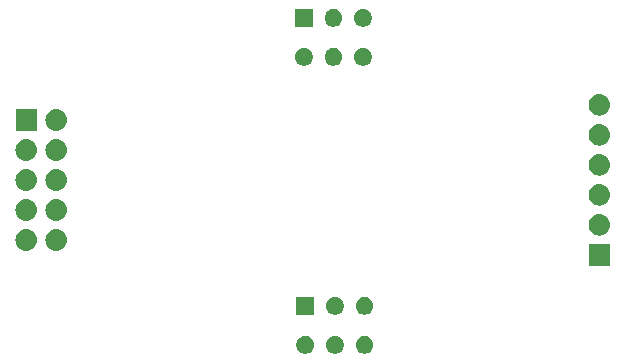
<source format=gbs>
G04 #@! TF.GenerationSoftware,KiCad,Pcbnew,(5.1.4)-1*
G04 #@! TF.CreationDate,2021-03-16T12:48:34+01:00*
G04 #@! TF.ProjectId,ISP_Adapter_V10,4953505f-4164-4617-9074-65725f563130,rev?*
G04 #@! TF.SameCoordinates,Original*
G04 #@! TF.FileFunction,Soldermask,Bot*
G04 #@! TF.FilePolarity,Negative*
%FSLAX46Y46*%
G04 Gerber Fmt 4.6, Leading zero omitted, Abs format (unit mm)*
G04 Created by KiCad (PCBNEW (5.1.4)-1) date 2021-03-16 12:48:34*
%MOMM*%
%LPD*%
G04 APERTURE LIST*
%ADD10C,0.100000*%
G04 APERTURE END LIST*
D10*
G36*
X161683059Y-71919860D02*
G01*
X161819732Y-71976472D01*
X161942735Y-72058660D01*
X162047340Y-72163265D01*
X162129528Y-72286268D01*
X162186140Y-72422941D01*
X162215000Y-72568033D01*
X162215000Y-72715967D01*
X162186140Y-72861059D01*
X162129528Y-72997732D01*
X162047340Y-73120735D01*
X161942735Y-73225340D01*
X161819732Y-73307528D01*
X161819731Y-73307529D01*
X161819730Y-73307529D01*
X161683059Y-73364140D01*
X161537968Y-73393000D01*
X161390032Y-73393000D01*
X161244941Y-73364140D01*
X161108270Y-73307529D01*
X161108269Y-73307529D01*
X161108268Y-73307528D01*
X160985265Y-73225340D01*
X160880660Y-73120735D01*
X160798472Y-72997732D01*
X160741860Y-72861059D01*
X160713000Y-72715967D01*
X160713000Y-72568033D01*
X160741860Y-72422941D01*
X160798472Y-72286268D01*
X160880660Y-72163265D01*
X160985265Y-72058660D01*
X161108268Y-71976472D01*
X161244941Y-71919860D01*
X161390032Y-71891000D01*
X161537968Y-71891000D01*
X161683059Y-71919860D01*
X161683059Y-71919860D01*
G37*
G36*
X156683059Y-71919860D02*
G01*
X156819732Y-71976472D01*
X156942735Y-72058660D01*
X157047340Y-72163265D01*
X157129528Y-72286268D01*
X157186140Y-72422941D01*
X157215000Y-72568033D01*
X157215000Y-72715967D01*
X157186140Y-72861059D01*
X157129528Y-72997732D01*
X157047340Y-73120735D01*
X156942735Y-73225340D01*
X156819732Y-73307528D01*
X156819731Y-73307529D01*
X156819730Y-73307529D01*
X156683059Y-73364140D01*
X156537968Y-73393000D01*
X156390032Y-73393000D01*
X156244941Y-73364140D01*
X156108270Y-73307529D01*
X156108269Y-73307529D01*
X156108268Y-73307528D01*
X155985265Y-73225340D01*
X155880660Y-73120735D01*
X155798472Y-72997732D01*
X155741860Y-72861059D01*
X155713000Y-72715967D01*
X155713000Y-72568033D01*
X155741860Y-72422941D01*
X155798472Y-72286268D01*
X155880660Y-72163265D01*
X155985265Y-72058660D01*
X156108268Y-71976472D01*
X156244941Y-71919860D01*
X156390032Y-71891000D01*
X156537968Y-71891000D01*
X156683059Y-71919860D01*
X156683059Y-71919860D01*
G37*
G36*
X159183059Y-71919860D02*
G01*
X159319732Y-71976472D01*
X159442735Y-72058660D01*
X159547340Y-72163265D01*
X159629528Y-72286268D01*
X159686140Y-72422941D01*
X159715000Y-72568033D01*
X159715000Y-72715967D01*
X159686140Y-72861059D01*
X159629528Y-72997732D01*
X159547340Y-73120735D01*
X159442735Y-73225340D01*
X159319732Y-73307528D01*
X159319731Y-73307529D01*
X159319730Y-73307529D01*
X159183059Y-73364140D01*
X159037968Y-73393000D01*
X158890032Y-73393000D01*
X158744941Y-73364140D01*
X158608270Y-73307529D01*
X158608269Y-73307529D01*
X158608268Y-73307528D01*
X158485265Y-73225340D01*
X158380660Y-73120735D01*
X158298472Y-72997732D01*
X158241860Y-72861059D01*
X158213000Y-72715967D01*
X158213000Y-72568033D01*
X158241860Y-72422941D01*
X158298472Y-72286268D01*
X158380660Y-72163265D01*
X158485265Y-72058660D01*
X158608268Y-71976472D01*
X158744941Y-71919860D01*
X158890032Y-71891000D01*
X159037968Y-71891000D01*
X159183059Y-71919860D01*
X159183059Y-71919860D01*
G37*
G36*
X157215000Y-70093000D02*
G01*
X155713000Y-70093000D01*
X155713000Y-68591000D01*
X157215000Y-68591000D01*
X157215000Y-70093000D01*
X157215000Y-70093000D01*
G37*
G36*
X161683059Y-68619860D02*
G01*
X161819732Y-68676472D01*
X161942735Y-68758660D01*
X162047340Y-68863265D01*
X162129528Y-68986268D01*
X162186140Y-69122941D01*
X162215000Y-69268033D01*
X162215000Y-69415967D01*
X162186140Y-69561059D01*
X162129528Y-69697732D01*
X162047340Y-69820735D01*
X161942735Y-69925340D01*
X161819732Y-70007528D01*
X161819731Y-70007529D01*
X161819730Y-70007529D01*
X161683059Y-70064140D01*
X161537968Y-70093000D01*
X161390032Y-70093000D01*
X161244941Y-70064140D01*
X161108270Y-70007529D01*
X161108269Y-70007529D01*
X161108268Y-70007528D01*
X160985265Y-69925340D01*
X160880660Y-69820735D01*
X160798472Y-69697732D01*
X160741860Y-69561059D01*
X160713000Y-69415967D01*
X160713000Y-69268033D01*
X160741860Y-69122941D01*
X160798472Y-68986268D01*
X160880660Y-68863265D01*
X160985265Y-68758660D01*
X161108268Y-68676472D01*
X161244941Y-68619860D01*
X161390032Y-68591000D01*
X161537968Y-68591000D01*
X161683059Y-68619860D01*
X161683059Y-68619860D01*
G37*
G36*
X159183059Y-68619860D02*
G01*
X159319732Y-68676472D01*
X159442735Y-68758660D01*
X159547340Y-68863265D01*
X159629528Y-68986268D01*
X159686140Y-69122941D01*
X159715000Y-69268033D01*
X159715000Y-69415967D01*
X159686140Y-69561059D01*
X159629528Y-69697732D01*
X159547340Y-69820735D01*
X159442735Y-69925340D01*
X159319732Y-70007528D01*
X159319731Y-70007529D01*
X159319730Y-70007529D01*
X159183059Y-70064140D01*
X159037968Y-70093000D01*
X158890032Y-70093000D01*
X158744941Y-70064140D01*
X158608270Y-70007529D01*
X158608269Y-70007529D01*
X158608268Y-70007528D01*
X158485265Y-69925340D01*
X158380660Y-69820735D01*
X158298472Y-69697732D01*
X158241860Y-69561059D01*
X158213000Y-69415967D01*
X158213000Y-69268033D01*
X158241860Y-69122941D01*
X158298472Y-68986268D01*
X158380660Y-68863265D01*
X158485265Y-68758660D01*
X158608268Y-68676472D01*
X158744941Y-68619860D01*
X158890032Y-68591000D01*
X159037968Y-68591000D01*
X159183059Y-68619860D01*
X159183059Y-68619860D01*
G37*
G36*
X182257000Y-65925000D02*
G01*
X180455000Y-65925000D01*
X180455000Y-64123000D01*
X182257000Y-64123000D01*
X182257000Y-65925000D01*
X182257000Y-65925000D01*
G37*
G36*
X135561294Y-62852633D02*
G01*
X135733695Y-62904931D01*
X135892583Y-62989858D01*
X136031849Y-63104151D01*
X136146142Y-63243417D01*
X136231069Y-63402305D01*
X136283367Y-63574706D01*
X136301025Y-63754000D01*
X136283367Y-63933294D01*
X136231069Y-64105695D01*
X136146142Y-64264583D01*
X136031849Y-64403849D01*
X135892583Y-64518142D01*
X135733695Y-64603069D01*
X135561294Y-64655367D01*
X135426931Y-64668600D01*
X135337069Y-64668600D01*
X135202706Y-64655367D01*
X135030305Y-64603069D01*
X134871417Y-64518142D01*
X134732151Y-64403849D01*
X134617858Y-64264583D01*
X134532931Y-64105695D01*
X134480633Y-63933294D01*
X134462975Y-63754000D01*
X134480633Y-63574706D01*
X134532931Y-63402305D01*
X134617858Y-63243417D01*
X134732151Y-63104151D01*
X134871417Y-62989858D01*
X135030305Y-62904931D01*
X135202706Y-62852633D01*
X135337069Y-62839400D01*
X135426931Y-62839400D01*
X135561294Y-62852633D01*
X135561294Y-62852633D01*
G37*
G36*
X133021294Y-62852633D02*
G01*
X133193695Y-62904931D01*
X133352583Y-62989858D01*
X133491849Y-63104151D01*
X133606142Y-63243417D01*
X133691069Y-63402305D01*
X133743367Y-63574706D01*
X133761025Y-63754000D01*
X133743367Y-63933294D01*
X133691069Y-64105695D01*
X133606142Y-64264583D01*
X133491849Y-64403849D01*
X133352583Y-64518142D01*
X133193695Y-64603069D01*
X133021294Y-64655367D01*
X132886931Y-64668600D01*
X132797069Y-64668600D01*
X132662706Y-64655367D01*
X132490305Y-64603069D01*
X132331417Y-64518142D01*
X132192151Y-64403849D01*
X132077858Y-64264583D01*
X131992931Y-64105695D01*
X131940633Y-63933294D01*
X131922975Y-63754000D01*
X131940633Y-63574706D01*
X131992931Y-63402305D01*
X132077858Y-63243417D01*
X132192151Y-63104151D01*
X132331417Y-62989858D01*
X132490305Y-62904931D01*
X132662706Y-62852633D01*
X132797069Y-62839400D01*
X132886931Y-62839400D01*
X133021294Y-62852633D01*
X133021294Y-62852633D01*
G37*
G36*
X181466442Y-61589518D02*
G01*
X181532627Y-61596037D01*
X181702466Y-61647557D01*
X181858991Y-61731222D01*
X181894729Y-61760552D01*
X181996186Y-61843814D01*
X182079448Y-61945271D01*
X182108778Y-61981009D01*
X182192443Y-62137534D01*
X182243963Y-62307373D01*
X182261359Y-62484000D01*
X182243963Y-62660627D01*
X182192443Y-62830466D01*
X182108778Y-62986991D01*
X182106425Y-62989858D01*
X181996186Y-63124186D01*
X181894729Y-63207448D01*
X181858991Y-63236778D01*
X181702466Y-63320443D01*
X181532627Y-63371963D01*
X181466442Y-63378482D01*
X181400260Y-63385000D01*
X181311740Y-63385000D01*
X181245558Y-63378482D01*
X181179373Y-63371963D01*
X181009534Y-63320443D01*
X180853009Y-63236778D01*
X180817271Y-63207448D01*
X180715814Y-63124186D01*
X180605575Y-62989858D01*
X180603222Y-62986991D01*
X180519557Y-62830466D01*
X180468037Y-62660627D01*
X180450641Y-62484000D01*
X180468037Y-62307373D01*
X180519557Y-62137534D01*
X180603222Y-61981009D01*
X180632552Y-61945271D01*
X180715814Y-61843814D01*
X180817271Y-61760552D01*
X180853009Y-61731222D01*
X181009534Y-61647557D01*
X181179373Y-61596037D01*
X181245558Y-61589518D01*
X181311740Y-61583000D01*
X181400260Y-61583000D01*
X181466442Y-61589518D01*
X181466442Y-61589518D01*
G37*
G36*
X133021294Y-60312633D02*
G01*
X133193695Y-60364931D01*
X133352583Y-60449858D01*
X133491849Y-60564151D01*
X133606142Y-60703417D01*
X133691069Y-60862305D01*
X133743367Y-61034706D01*
X133761025Y-61214000D01*
X133743367Y-61393294D01*
X133691069Y-61565695D01*
X133606142Y-61724583D01*
X133491849Y-61863849D01*
X133352583Y-61978142D01*
X133193695Y-62063069D01*
X133021294Y-62115367D01*
X132886931Y-62128600D01*
X132797069Y-62128600D01*
X132662706Y-62115367D01*
X132490305Y-62063069D01*
X132331417Y-61978142D01*
X132192151Y-61863849D01*
X132077858Y-61724583D01*
X131992931Y-61565695D01*
X131940633Y-61393294D01*
X131922975Y-61214000D01*
X131940633Y-61034706D01*
X131992931Y-60862305D01*
X132077858Y-60703417D01*
X132192151Y-60564151D01*
X132331417Y-60449858D01*
X132490305Y-60364931D01*
X132662706Y-60312633D01*
X132797069Y-60299400D01*
X132886931Y-60299400D01*
X133021294Y-60312633D01*
X133021294Y-60312633D01*
G37*
G36*
X135561294Y-60312633D02*
G01*
X135733695Y-60364931D01*
X135892583Y-60449858D01*
X136031849Y-60564151D01*
X136146142Y-60703417D01*
X136231069Y-60862305D01*
X136283367Y-61034706D01*
X136301025Y-61214000D01*
X136283367Y-61393294D01*
X136231069Y-61565695D01*
X136146142Y-61724583D01*
X136031849Y-61863849D01*
X135892583Y-61978142D01*
X135733695Y-62063069D01*
X135561294Y-62115367D01*
X135426931Y-62128600D01*
X135337069Y-62128600D01*
X135202706Y-62115367D01*
X135030305Y-62063069D01*
X134871417Y-61978142D01*
X134732151Y-61863849D01*
X134617858Y-61724583D01*
X134532931Y-61565695D01*
X134480633Y-61393294D01*
X134462975Y-61214000D01*
X134480633Y-61034706D01*
X134532931Y-60862305D01*
X134617858Y-60703417D01*
X134732151Y-60564151D01*
X134871417Y-60449858D01*
X135030305Y-60364931D01*
X135202706Y-60312633D01*
X135337069Y-60299400D01*
X135426931Y-60299400D01*
X135561294Y-60312633D01*
X135561294Y-60312633D01*
G37*
G36*
X181466443Y-59049519D02*
G01*
X181532627Y-59056037D01*
X181702466Y-59107557D01*
X181858991Y-59191222D01*
X181894729Y-59220552D01*
X181996186Y-59303814D01*
X182079448Y-59405271D01*
X182108778Y-59441009D01*
X182192443Y-59597534D01*
X182243963Y-59767373D01*
X182261359Y-59944000D01*
X182243963Y-60120627D01*
X182192443Y-60290466D01*
X182108778Y-60446991D01*
X182106425Y-60449858D01*
X181996186Y-60584186D01*
X181894729Y-60667448D01*
X181858991Y-60696778D01*
X181702466Y-60780443D01*
X181532627Y-60831963D01*
X181466443Y-60838481D01*
X181400260Y-60845000D01*
X181311740Y-60845000D01*
X181245557Y-60838481D01*
X181179373Y-60831963D01*
X181009534Y-60780443D01*
X180853009Y-60696778D01*
X180817271Y-60667448D01*
X180715814Y-60584186D01*
X180605575Y-60449858D01*
X180603222Y-60446991D01*
X180519557Y-60290466D01*
X180468037Y-60120627D01*
X180450641Y-59944000D01*
X180468037Y-59767373D01*
X180519557Y-59597534D01*
X180603222Y-59441009D01*
X180632552Y-59405271D01*
X180715814Y-59303814D01*
X180817271Y-59220552D01*
X180853009Y-59191222D01*
X181009534Y-59107557D01*
X181179373Y-59056037D01*
X181245557Y-59049519D01*
X181311740Y-59043000D01*
X181400260Y-59043000D01*
X181466443Y-59049519D01*
X181466443Y-59049519D01*
G37*
G36*
X133021294Y-57772633D02*
G01*
X133193695Y-57824931D01*
X133352583Y-57909858D01*
X133491849Y-58024151D01*
X133606142Y-58163417D01*
X133691069Y-58322305D01*
X133743367Y-58494706D01*
X133761025Y-58674000D01*
X133743367Y-58853294D01*
X133691069Y-59025695D01*
X133606142Y-59184583D01*
X133491849Y-59323849D01*
X133352583Y-59438142D01*
X133193695Y-59523069D01*
X133021294Y-59575367D01*
X132886931Y-59588600D01*
X132797069Y-59588600D01*
X132662706Y-59575367D01*
X132490305Y-59523069D01*
X132331417Y-59438142D01*
X132192151Y-59323849D01*
X132077858Y-59184583D01*
X131992931Y-59025695D01*
X131940633Y-58853294D01*
X131922975Y-58674000D01*
X131940633Y-58494706D01*
X131992931Y-58322305D01*
X132077858Y-58163417D01*
X132192151Y-58024151D01*
X132331417Y-57909858D01*
X132490305Y-57824931D01*
X132662706Y-57772633D01*
X132797069Y-57759400D01*
X132886931Y-57759400D01*
X133021294Y-57772633D01*
X133021294Y-57772633D01*
G37*
G36*
X135561294Y-57772633D02*
G01*
X135733695Y-57824931D01*
X135892583Y-57909858D01*
X136031849Y-58024151D01*
X136146142Y-58163417D01*
X136231069Y-58322305D01*
X136283367Y-58494706D01*
X136301025Y-58674000D01*
X136283367Y-58853294D01*
X136231069Y-59025695D01*
X136146142Y-59184583D01*
X136031849Y-59323849D01*
X135892583Y-59438142D01*
X135733695Y-59523069D01*
X135561294Y-59575367D01*
X135426931Y-59588600D01*
X135337069Y-59588600D01*
X135202706Y-59575367D01*
X135030305Y-59523069D01*
X134871417Y-59438142D01*
X134732151Y-59323849D01*
X134617858Y-59184583D01*
X134532931Y-59025695D01*
X134480633Y-58853294D01*
X134462975Y-58674000D01*
X134480633Y-58494706D01*
X134532931Y-58322305D01*
X134617858Y-58163417D01*
X134732151Y-58024151D01*
X134871417Y-57909858D01*
X135030305Y-57824931D01*
X135202706Y-57772633D01*
X135337069Y-57759400D01*
X135426931Y-57759400D01*
X135561294Y-57772633D01*
X135561294Y-57772633D01*
G37*
G36*
X181466442Y-56509518D02*
G01*
X181532627Y-56516037D01*
X181702466Y-56567557D01*
X181858991Y-56651222D01*
X181894729Y-56680552D01*
X181996186Y-56763814D01*
X182079448Y-56865271D01*
X182108778Y-56901009D01*
X182192443Y-57057534D01*
X182243963Y-57227373D01*
X182261359Y-57404000D01*
X182243963Y-57580627D01*
X182192443Y-57750466D01*
X182108778Y-57906991D01*
X182106425Y-57909858D01*
X181996186Y-58044186D01*
X181894729Y-58127448D01*
X181858991Y-58156778D01*
X181702466Y-58240443D01*
X181532627Y-58291963D01*
X181466443Y-58298481D01*
X181400260Y-58305000D01*
X181311740Y-58305000D01*
X181245557Y-58298481D01*
X181179373Y-58291963D01*
X181009534Y-58240443D01*
X180853009Y-58156778D01*
X180817271Y-58127448D01*
X180715814Y-58044186D01*
X180605575Y-57909858D01*
X180603222Y-57906991D01*
X180519557Y-57750466D01*
X180468037Y-57580627D01*
X180450641Y-57404000D01*
X180468037Y-57227373D01*
X180519557Y-57057534D01*
X180603222Y-56901009D01*
X180632552Y-56865271D01*
X180715814Y-56763814D01*
X180817271Y-56680552D01*
X180853009Y-56651222D01*
X181009534Y-56567557D01*
X181179373Y-56516037D01*
X181245558Y-56509518D01*
X181311740Y-56503000D01*
X181400260Y-56503000D01*
X181466442Y-56509518D01*
X181466442Y-56509518D01*
G37*
G36*
X133021294Y-55232633D02*
G01*
X133193695Y-55284931D01*
X133352583Y-55369858D01*
X133491849Y-55484151D01*
X133606142Y-55623417D01*
X133691069Y-55782305D01*
X133743367Y-55954706D01*
X133761025Y-56134000D01*
X133743367Y-56313294D01*
X133691069Y-56485695D01*
X133606142Y-56644583D01*
X133491849Y-56783849D01*
X133352583Y-56898142D01*
X133193695Y-56983069D01*
X133021294Y-57035367D01*
X132886931Y-57048600D01*
X132797069Y-57048600D01*
X132662706Y-57035367D01*
X132490305Y-56983069D01*
X132331417Y-56898142D01*
X132192151Y-56783849D01*
X132077858Y-56644583D01*
X131992931Y-56485695D01*
X131940633Y-56313294D01*
X131922975Y-56134000D01*
X131940633Y-55954706D01*
X131992931Y-55782305D01*
X132077858Y-55623417D01*
X132192151Y-55484151D01*
X132331417Y-55369858D01*
X132490305Y-55284931D01*
X132662706Y-55232633D01*
X132797069Y-55219400D01*
X132886931Y-55219400D01*
X133021294Y-55232633D01*
X133021294Y-55232633D01*
G37*
G36*
X135561294Y-55232633D02*
G01*
X135733695Y-55284931D01*
X135892583Y-55369858D01*
X136031849Y-55484151D01*
X136146142Y-55623417D01*
X136231069Y-55782305D01*
X136283367Y-55954706D01*
X136301025Y-56134000D01*
X136283367Y-56313294D01*
X136231069Y-56485695D01*
X136146142Y-56644583D01*
X136031849Y-56783849D01*
X135892583Y-56898142D01*
X135733695Y-56983069D01*
X135561294Y-57035367D01*
X135426931Y-57048600D01*
X135337069Y-57048600D01*
X135202706Y-57035367D01*
X135030305Y-56983069D01*
X134871417Y-56898142D01*
X134732151Y-56783849D01*
X134617858Y-56644583D01*
X134532931Y-56485695D01*
X134480633Y-56313294D01*
X134462975Y-56134000D01*
X134480633Y-55954706D01*
X134532931Y-55782305D01*
X134617858Y-55623417D01*
X134732151Y-55484151D01*
X134871417Y-55369858D01*
X135030305Y-55284931D01*
X135202706Y-55232633D01*
X135337069Y-55219400D01*
X135426931Y-55219400D01*
X135561294Y-55232633D01*
X135561294Y-55232633D01*
G37*
G36*
X181466443Y-53969519D02*
G01*
X181532627Y-53976037D01*
X181702466Y-54027557D01*
X181858991Y-54111222D01*
X181894729Y-54140552D01*
X181996186Y-54223814D01*
X182079448Y-54325271D01*
X182108778Y-54361009D01*
X182192443Y-54517534D01*
X182243963Y-54687373D01*
X182261359Y-54864000D01*
X182243963Y-55040627D01*
X182192443Y-55210466D01*
X182108778Y-55366991D01*
X182106425Y-55369858D01*
X181996186Y-55504186D01*
X181894729Y-55587448D01*
X181858991Y-55616778D01*
X181702466Y-55700443D01*
X181532627Y-55751963D01*
X181466443Y-55758481D01*
X181400260Y-55765000D01*
X181311740Y-55765000D01*
X181245557Y-55758481D01*
X181179373Y-55751963D01*
X181009534Y-55700443D01*
X180853009Y-55616778D01*
X180817271Y-55587448D01*
X180715814Y-55504186D01*
X180605575Y-55369858D01*
X180603222Y-55366991D01*
X180519557Y-55210466D01*
X180468037Y-55040627D01*
X180450641Y-54864000D01*
X180468037Y-54687373D01*
X180519557Y-54517534D01*
X180603222Y-54361009D01*
X180632552Y-54325271D01*
X180715814Y-54223814D01*
X180817271Y-54140552D01*
X180853009Y-54111222D01*
X181009534Y-54027557D01*
X181179373Y-53976037D01*
X181245557Y-53969519D01*
X181311740Y-53963000D01*
X181400260Y-53963000D01*
X181466443Y-53969519D01*
X181466443Y-53969519D01*
G37*
G36*
X133756600Y-54508600D02*
G01*
X131927400Y-54508600D01*
X131927400Y-52679400D01*
X133756600Y-52679400D01*
X133756600Y-54508600D01*
X133756600Y-54508600D01*
G37*
G36*
X135561294Y-52692633D02*
G01*
X135733695Y-52744931D01*
X135892583Y-52829858D01*
X136031849Y-52944151D01*
X136146142Y-53083417D01*
X136231069Y-53242305D01*
X136283367Y-53414706D01*
X136301025Y-53594000D01*
X136283367Y-53773294D01*
X136231069Y-53945695D01*
X136146142Y-54104583D01*
X136031849Y-54243849D01*
X135892583Y-54358142D01*
X135733695Y-54443069D01*
X135561294Y-54495367D01*
X135426931Y-54508600D01*
X135337069Y-54508600D01*
X135202706Y-54495367D01*
X135030305Y-54443069D01*
X134871417Y-54358142D01*
X134732151Y-54243849D01*
X134617858Y-54104583D01*
X134532931Y-53945695D01*
X134480633Y-53773294D01*
X134462975Y-53594000D01*
X134480633Y-53414706D01*
X134532931Y-53242305D01*
X134617858Y-53083417D01*
X134732151Y-52944151D01*
X134871417Y-52829858D01*
X135030305Y-52744931D01*
X135202706Y-52692633D01*
X135337069Y-52679400D01*
X135426931Y-52679400D01*
X135561294Y-52692633D01*
X135561294Y-52692633D01*
G37*
G36*
X181466443Y-51429519D02*
G01*
X181532627Y-51436037D01*
X181702466Y-51487557D01*
X181858991Y-51571222D01*
X181894729Y-51600552D01*
X181996186Y-51683814D01*
X182079448Y-51785271D01*
X182108778Y-51821009D01*
X182192443Y-51977534D01*
X182243963Y-52147373D01*
X182261359Y-52324000D01*
X182243963Y-52500627D01*
X182192443Y-52670466D01*
X182108778Y-52826991D01*
X182106425Y-52829858D01*
X181996186Y-52964186D01*
X181894729Y-53047448D01*
X181858991Y-53076778D01*
X181702466Y-53160443D01*
X181532627Y-53211963D01*
X181466442Y-53218482D01*
X181400260Y-53225000D01*
X181311740Y-53225000D01*
X181245558Y-53218482D01*
X181179373Y-53211963D01*
X181009534Y-53160443D01*
X180853009Y-53076778D01*
X180817271Y-53047448D01*
X180715814Y-52964186D01*
X180605575Y-52829858D01*
X180603222Y-52826991D01*
X180519557Y-52670466D01*
X180468037Y-52500627D01*
X180450641Y-52324000D01*
X180468037Y-52147373D01*
X180519557Y-51977534D01*
X180603222Y-51821009D01*
X180632552Y-51785271D01*
X180715814Y-51683814D01*
X180817271Y-51600552D01*
X180853009Y-51571222D01*
X181009534Y-51487557D01*
X181179373Y-51436037D01*
X181245557Y-51429519D01*
X181311740Y-51423000D01*
X181400260Y-51423000D01*
X181466443Y-51429519D01*
X181466443Y-51429519D01*
G37*
G36*
X161556059Y-47535860D02*
G01*
X161692732Y-47592472D01*
X161815735Y-47674660D01*
X161920340Y-47779265D01*
X162002528Y-47902268D01*
X162059140Y-48038941D01*
X162088000Y-48184033D01*
X162088000Y-48331967D01*
X162059140Y-48477059D01*
X162002528Y-48613732D01*
X161920340Y-48736735D01*
X161815735Y-48841340D01*
X161692732Y-48923528D01*
X161692731Y-48923529D01*
X161692730Y-48923529D01*
X161556059Y-48980140D01*
X161410968Y-49009000D01*
X161263032Y-49009000D01*
X161117941Y-48980140D01*
X160981270Y-48923529D01*
X160981269Y-48923529D01*
X160981268Y-48923528D01*
X160858265Y-48841340D01*
X160753660Y-48736735D01*
X160671472Y-48613732D01*
X160614860Y-48477059D01*
X160586000Y-48331967D01*
X160586000Y-48184033D01*
X160614860Y-48038941D01*
X160671472Y-47902268D01*
X160753660Y-47779265D01*
X160858265Y-47674660D01*
X160981268Y-47592472D01*
X161117941Y-47535860D01*
X161263032Y-47507000D01*
X161410968Y-47507000D01*
X161556059Y-47535860D01*
X161556059Y-47535860D01*
G37*
G36*
X156556059Y-47535860D02*
G01*
X156692732Y-47592472D01*
X156815735Y-47674660D01*
X156920340Y-47779265D01*
X157002528Y-47902268D01*
X157059140Y-48038941D01*
X157088000Y-48184033D01*
X157088000Y-48331967D01*
X157059140Y-48477059D01*
X157002528Y-48613732D01*
X156920340Y-48736735D01*
X156815735Y-48841340D01*
X156692732Y-48923528D01*
X156692731Y-48923529D01*
X156692730Y-48923529D01*
X156556059Y-48980140D01*
X156410968Y-49009000D01*
X156263032Y-49009000D01*
X156117941Y-48980140D01*
X155981270Y-48923529D01*
X155981269Y-48923529D01*
X155981268Y-48923528D01*
X155858265Y-48841340D01*
X155753660Y-48736735D01*
X155671472Y-48613732D01*
X155614860Y-48477059D01*
X155586000Y-48331967D01*
X155586000Y-48184033D01*
X155614860Y-48038941D01*
X155671472Y-47902268D01*
X155753660Y-47779265D01*
X155858265Y-47674660D01*
X155981268Y-47592472D01*
X156117941Y-47535860D01*
X156263032Y-47507000D01*
X156410968Y-47507000D01*
X156556059Y-47535860D01*
X156556059Y-47535860D01*
G37*
G36*
X159056059Y-47535860D02*
G01*
X159192732Y-47592472D01*
X159315735Y-47674660D01*
X159420340Y-47779265D01*
X159502528Y-47902268D01*
X159559140Y-48038941D01*
X159588000Y-48184033D01*
X159588000Y-48331967D01*
X159559140Y-48477059D01*
X159502528Y-48613732D01*
X159420340Y-48736735D01*
X159315735Y-48841340D01*
X159192732Y-48923528D01*
X159192731Y-48923529D01*
X159192730Y-48923529D01*
X159056059Y-48980140D01*
X158910968Y-49009000D01*
X158763032Y-49009000D01*
X158617941Y-48980140D01*
X158481270Y-48923529D01*
X158481269Y-48923529D01*
X158481268Y-48923528D01*
X158358265Y-48841340D01*
X158253660Y-48736735D01*
X158171472Y-48613732D01*
X158114860Y-48477059D01*
X158086000Y-48331967D01*
X158086000Y-48184033D01*
X158114860Y-48038941D01*
X158171472Y-47902268D01*
X158253660Y-47779265D01*
X158358265Y-47674660D01*
X158481268Y-47592472D01*
X158617941Y-47535860D01*
X158763032Y-47507000D01*
X158910968Y-47507000D01*
X159056059Y-47535860D01*
X159056059Y-47535860D01*
G37*
G36*
X161556059Y-44235860D02*
G01*
X161692732Y-44292472D01*
X161815735Y-44374660D01*
X161920340Y-44479265D01*
X162002528Y-44602268D01*
X162059140Y-44738941D01*
X162088000Y-44884033D01*
X162088000Y-45031967D01*
X162059140Y-45177059D01*
X162002528Y-45313732D01*
X161920340Y-45436735D01*
X161815735Y-45541340D01*
X161692732Y-45623528D01*
X161692731Y-45623529D01*
X161692730Y-45623529D01*
X161556059Y-45680140D01*
X161410968Y-45709000D01*
X161263032Y-45709000D01*
X161117941Y-45680140D01*
X160981270Y-45623529D01*
X160981269Y-45623529D01*
X160981268Y-45623528D01*
X160858265Y-45541340D01*
X160753660Y-45436735D01*
X160671472Y-45313732D01*
X160614860Y-45177059D01*
X160586000Y-45031967D01*
X160586000Y-44884033D01*
X160614860Y-44738941D01*
X160671472Y-44602268D01*
X160753660Y-44479265D01*
X160858265Y-44374660D01*
X160981268Y-44292472D01*
X161117941Y-44235860D01*
X161263032Y-44207000D01*
X161410968Y-44207000D01*
X161556059Y-44235860D01*
X161556059Y-44235860D01*
G37*
G36*
X159056059Y-44235860D02*
G01*
X159192732Y-44292472D01*
X159315735Y-44374660D01*
X159420340Y-44479265D01*
X159502528Y-44602268D01*
X159559140Y-44738941D01*
X159588000Y-44884033D01*
X159588000Y-45031967D01*
X159559140Y-45177059D01*
X159502528Y-45313732D01*
X159420340Y-45436735D01*
X159315735Y-45541340D01*
X159192732Y-45623528D01*
X159192731Y-45623529D01*
X159192730Y-45623529D01*
X159056059Y-45680140D01*
X158910968Y-45709000D01*
X158763032Y-45709000D01*
X158617941Y-45680140D01*
X158481270Y-45623529D01*
X158481269Y-45623529D01*
X158481268Y-45623528D01*
X158358265Y-45541340D01*
X158253660Y-45436735D01*
X158171472Y-45313732D01*
X158114860Y-45177059D01*
X158086000Y-45031967D01*
X158086000Y-44884033D01*
X158114860Y-44738941D01*
X158171472Y-44602268D01*
X158253660Y-44479265D01*
X158358265Y-44374660D01*
X158481268Y-44292472D01*
X158617941Y-44235860D01*
X158763032Y-44207000D01*
X158910968Y-44207000D01*
X159056059Y-44235860D01*
X159056059Y-44235860D01*
G37*
G36*
X157088000Y-45709000D02*
G01*
X155586000Y-45709000D01*
X155586000Y-44207000D01*
X157088000Y-44207000D01*
X157088000Y-45709000D01*
X157088000Y-45709000D01*
G37*
M02*

</source>
